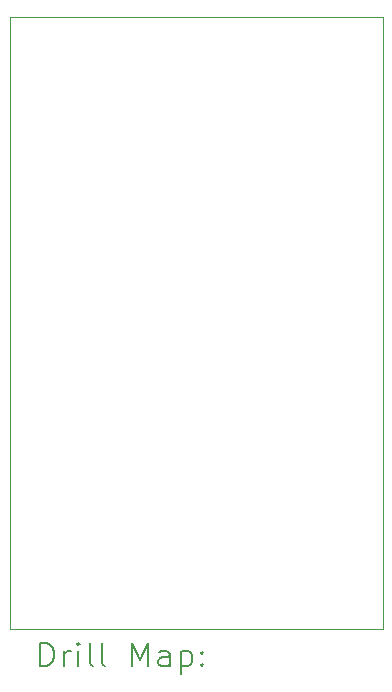
<source format=gbr>
%TF.GenerationSoftware,KiCad,Pcbnew,8.0.6-8.0.6-0~ubuntu24.04.1*%
%TF.CreationDate,2024-10-30T09:24:12+01:00*%
%TF.ProjectId,breakout_pcb,62726561-6b6f-4757-945f-7063622e6b69,rev?*%
%TF.SameCoordinates,Original*%
%TF.FileFunction,Drillmap*%
%TF.FilePolarity,Positive*%
%FSLAX45Y45*%
G04 Gerber Fmt 4.5, Leading zero omitted, Abs format (unit mm)*
G04 Created by KiCad (PCBNEW 8.0.6-8.0.6-0~ubuntu24.04.1) date 2024-10-30 09:24:12*
%MOMM*%
%LPD*%
G01*
G04 APERTURE LIST*
%ADD10C,0.050000*%
%ADD11C,0.200000*%
G04 APERTURE END LIST*
D10*
X14397500Y-12575000D02*
X11237500Y-12575000D01*
X14397500Y-7390000D02*
X11237500Y-7390000D01*
X14397500Y-7390000D02*
X14397500Y-12575000D01*
X11237500Y-7390000D02*
X11237500Y-12575000D01*
D11*
X11495777Y-12888984D02*
X11495777Y-12688984D01*
X11495777Y-12688984D02*
X11543396Y-12688984D01*
X11543396Y-12688984D02*
X11571967Y-12698508D01*
X11571967Y-12698508D02*
X11591015Y-12717555D01*
X11591015Y-12717555D02*
X11600539Y-12736603D01*
X11600539Y-12736603D02*
X11610062Y-12774698D01*
X11610062Y-12774698D02*
X11610062Y-12803269D01*
X11610062Y-12803269D02*
X11600539Y-12841365D01*
X11600539Y-12841365D02*
X11591015Y-12860412D01*
X11591015Y-12860412D02*
X11571967Y-12879460D01*
X11571967Y-12879460D02*
X11543396Y-12888984D01*
X11543396Y-12888984D02*
X11495777Y-12888984D01*
X11695777Y-12888984D02*
X11695777Y-12755650D01*
X11695777Y-12793746D02*
X11705301Y-12774698D01*
X11705301Y-12774698D02*
X11714824Y-12765174D01*
X11714824Y-12765174D02*
X11733872Y-12755650D01*
X11733872Y-12755650D02*
X11752920Y-12755650D01*
X11819586Y-12888984D02*
X11819586Y-12755650D01*
X11819586Y-12688984D02*
X11810062Y-12698508D01*
X11810062Y-12698508D02*
X11819586Y-12708031D01*
X11819586Y-12708031D02*
X11829110Y-12698508D01*
X11829110Y-12698508D02*
X11819586Y-12688984D01*
X11819586Y-12688984D02*
X11819586Y-12708031D01*
X11943396Y-12888984D02*
X11924348Y-12879460D01*
X11924348Y-12879460D02*
X11914824Y-12860412D01*
X11914824Y-12860412D02*
X11914824Y-12688984D01*
X12048158Y-12888984D02*
X12029110Y-12879460D01*
X12029110Y-12879460D02*
X12019586Y-12860412D01*
X12019586Y-12860412D02*
X12019586Y-12688984D01*
X12276729Y-12888984D02*
X12276729Y-12688984D01*
X12276729Y-12688984D02*
X12343396Y-12831841D01*
X12343396Y-12831841D02*
X12410062Y-12688984D01*
X12410062Y-12688984D02*
X12410062Y-12888984D01*
X12591015Y-12888984D02*
X12591015Y-12784222D01*
X12591015Y-12784222D02*
X12581491Y-12765174D01*
X12581491Y-12765174D02*
X12562443Y-12755650D01*
X12562443Y-12755650D02*
X12524348Y-12755650D01*
X12524348Y-12755650D02*
X12505301Y-12765174D01*
X12591015Y-12879460D02*
X12571967Y-12888984D01*
X12571967Y-12888984D02*
X12524348Y-12888984D01*
X12524348Y-12888984D02*
X12505301Y-12879460D01*
X12505301Y-12879460D02*
X12495777Y-12860412D01*
X12495777Y-12860412D02*
X12495777Y-12841365D01*
X12495777Y-12841365D02*
X12505301Y-12822317D01*
X12505301Y-12822317D02*
X12524348Y-12812793D01*
X12524348Y-12812793D02*
X12571967Y-12812793D01*
X12571967Y-12812793D02*
X12591015Y-12803269D01*
X12686253Y-12755650D02*
X12686253Y-12955650D01*
X12686253Y-12765174D02*
X12705301Y-12755650D01*
X12705301Y-12755650D02*
X12743396Y-12755650D01*
X12743396Y-12755650D02*
X12762443Y-12765174D01*
X12762443Y-12765174D02*
X12771967Y-12774698D01*
X12771967Y-12774698D02*
X12781491Y-12793746D01*
X12781491Y-12793746D02*
X12781491Y-12850888D01*
X12781491Y-12850888D02*
X12771967Y-12869936D01*
X12771967Y-12869936D02*
X12762443Y-12879460D01*
X12762443Y-12879460D02*
X12743396Y-12888984D01*
X12743396Y-12888984D02*
X12705301Y-12888984D01*
X12705301Y-12888984D02*
X12686253Y-12879460D01*
X12867205Y-12869936D02*
X12876729Y-12879460D01*
X12876729Y-12879460D02*
X12867205Y-12888984D01*
X12867205Y-12888984D02*
X12857682Y-12879460D01*
X12857682Y-12879460D02*
X12867205Y-12869936D01*
X12867205Y-12869936D02*
X12867205Y-12888984D01*
X12867205Y-12765174D02*
X12876729Y-12774698D01*
X12876729Y-12774698D02*
X12867205Y-12784222D01*
X12867205Y-12784222D02*
X12857682Y-12774698D01*
X12857682Y-12774698D02*
X12867205Y-12765174D01*
X12867205Y-12765174D02*
X12867205Y-12784222D01*
M02*

</source>
